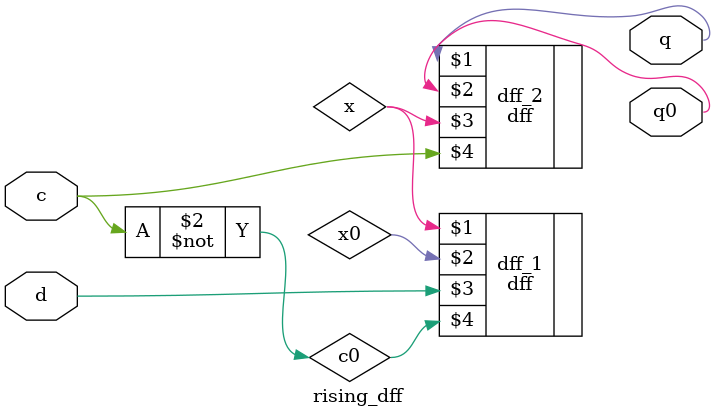
<source format=v>

module rising_dff(q,q0,d,c);
input d,c;
output q,q0;
wire c0,x,x0;
nand(c0,c,c);
dff dff_1(x,x0,d,c0);
dff dff_2(q,q0,x,c);
endmodule

</source>
